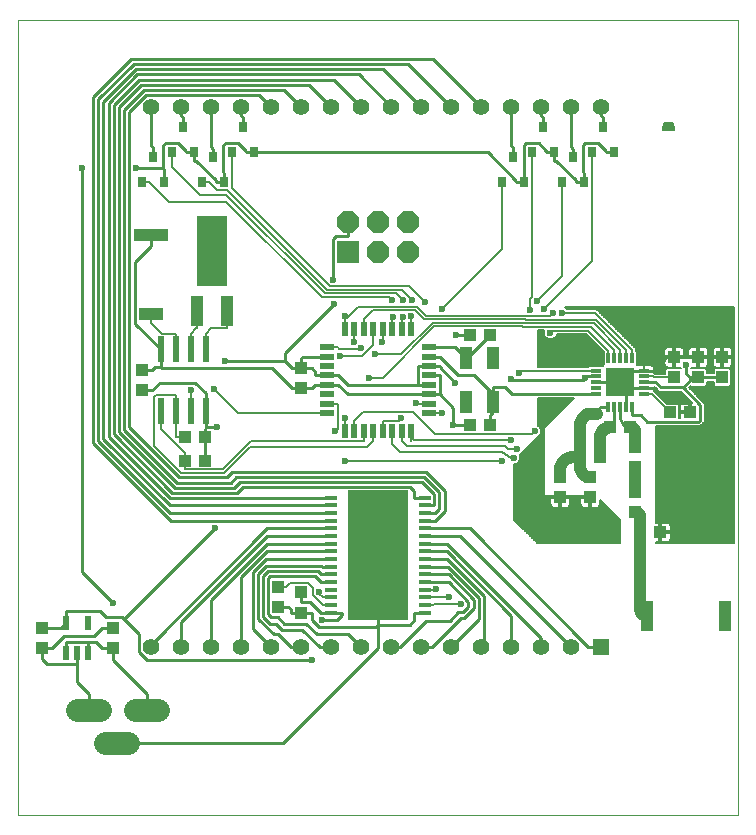
<source format=gtl>
G75*
G70*
%OFA0B0*%
%FSLAX24Y24*%
%IPPOS*%
%LPD*%
%AMOC8*
5,1,8,0,0,1.08239X$1,22.5*
%
%ADD10C,0.0000*%
%ADD11R,0.0394X0.0118*%
%ADD12R,0.2047X0.4331*%
%ADD13R,0.0118X0.0374*%
%ADD14R,0.0965X0.0965*%
%ADD15R,0.0374X0.0118*%
%ADD16R,0.0500X0.0220*%
%ADD17R,0.0220X0.0500*%
%ADD18R,0.0554X0.0554*%
%ADD19C,0.0554*%
%ADD20R,0.0236X0.0866*%
%ADD21R,0.0787X0.0394*%
%ADD22R,0.1181X0.0433*%
%ADD23R,0.0394X0.0984*%
%ADD24R,0.0984X0.2362*%
%ADD25R,0.0315X0.0354*%
%ADD26R,0.0394X0.0433*%
%ADD27R,0.0433X0.0748*%
%ADD28R,0.0433X0.0394*%
%ADD29R,0.0400X0.1000*%
%ADD30R,0.0217X0.0472*%
%ADD31C,0.0768*%
%ADD32R,0.0740X0.0740*%
%ADD33OC8,0.0740*%
%ADD34C,0.0001*%
%ADD35C,0.0060*%
%ADD36C,0.0100*%
%ADD37C,0.0236*%
%ADD38C,0.0394*%
D10*
X000500Y000130D02*
X000500Y026630D01*
X024500Y026630D01*
X024500Y000130D01*
X000500Y000130D01*
X021990Y022961D02*
X022348Y022961D01*
X022356Y022984D01*
X022368Y023012D01*
X022380Y023036D01*
X022368Y023063D01*
X022360Y023091D01*
X022348Y023118D01*
X022341Y023146D01*
X022329Y023177D01*
X022317Y023205D01*
X022309Y023232D01*
X022057Y023232D01*
X022026Y023232D01*
X022018Y023205D01*
X022006Y023177D01*
X021998Y023146D01*
X021986Y023118D01*
X021974Y023091D01*
X021967Y023063D01*
X021955Y023036D01*
X021967Y023012D01*
X021978Y022984D01*
X021990Y022961D01*
D11*
X014055Y010711D03*
X014055Y010455D03*
X014055Y010199D03*
X014055Y009943D03*
X014055Y009687D03*
X014055Y009431D03*
X014055Y009175D03*
X014055Y008919D03*
X014055Y008663D03*
X014055Y008408D03*
X014055Y008152D03*
X014055Y007896D03*
X014055Y007640D03*
X014055Y007384D03*
X014055Y007128D03*
X014055Y006872D03*
X010945Y006872D03*
X010945Y007128D03*
X010945Y007384D03*
X010945Y007640D03*
X010945Y007896D03*
X010945Y008152D03*
X010945Y008408D03*
X010945Y008663D03*
X010945Y008919D03*
X010945Y009175D03*
X010945Y009431D03*
X010945Y009687D03*
X010945Y009943D03*
X010945Y010199D03*
X010945Y010455D03*
X010945Y010711D03*
D12*
X012500Y008791D03*
D13*
X020181Y013748D03*
X020378Y013748D03*
X020575Y013748D03*
X020772Y013748D03*
X020969Y013748D03*
X020969Y015362D03*
X020772Y015362D03*
X020575Y015362D03*
X020378Y015362D03*
X020181Y015362D03*
D14*
X020575Y014555D03*
D15*
X021382Y014555D03*
X021382Y014358D03*
X021382Y014161D03*
X021382Y014752D03*
X021382Y014949D03*
X019768Y014949D03*
X019768Y014752D03*
X019768Y014555D03*
X019768Y014358D03*
X019768Y014161D03*
D16*
X014190Y014158D03*
X014190Y013843D03*
X014190Y013528D03*
X014190Y014473D03*
X014190Y014787D03*
X014190Y015102D03*
X014190Y015417D03*
X014190Y015732D03*
X010810Y015732D03*
X010810Y015417D03*
X010810Y015102D03*
X010810Y014787D03*
X010810Y014473D03*
X010810Y014158D03*
X010810Y013843D03*
X010810Y013528D03*
D17*
X011398Y012940D03*
X011713Y012940D03*
X012028Y012940D03*
X012343Y012940D03*
X012657Y012940D03*
X012972Y012940D03*
X013287Y012940D03*
X013602Y012940D03*
X013602Y016320D03*
X013287Y016320D03*
X012972Y016320D03*
X012657Y016320D03*
X012343Y016320D03*
X012028Y016320D03*
X011713Y016320D03*
X011398Y016320D03*
D18*
X019941Y005732D03*
D19*
X018941Y005732D03*
X017941Y005732D03*
X016941Y005732D03*
X015941Y005732D03*
X014941Y005732D03*
X013941Y005732D03*
X012941Y005732D03*
X011941Y005732D03*
X010941Y005732D03*
X009941Y005732D03*
X008941Y005732D03*
X007941Y005732D03*
X006941Y005732D03*
X005941Y005732D03*
X004941Y005732D03*
X004941Y023732D03*
X005941Y023732D03*
X006941Y023732D03*
X007941Y023732D03*
X008941Y023732D03*
X009941Y023732D03*
X010941Y023732D03*
X011941Y023732D03*
X012941Y023732D03*
X013941Y023732D03*
X014941Y023732D03*
X015941Y023732D03*
X016941Y023732D03*
X017941Y023732D03*
X018941Y023732D03*
X019941Y023732D03*
D20*
X006762Y015654D03*
X006262Y015654D03*
X005762Y015654D03*
X005262Y015654D03*
X005262Y013606D03*
X005762Y013606D03*
X006262Y013606D03*
X006762Y013606D03*
D21*
X004929Y016831D03*
D22*
X004929Y019469D03*
D23*
X006476Y016945D03*
X007476Y016945D03*
D24*
X006976Y018945D03*
D25*
X006626Y021236D03*
X007374Y021236D03*
X007000Y022063D03*
X007626Y022236D03*
X008374Y022236D03*
X008000Y023063D03*
X006374Y022236D03*
X005626Y022236D03*
X005000Y022063D03*
X004626Y021236D03*
X005374Y021236D03*
X006000Y023063D03*
X016626Y021236D03*
X017374Y021236D03*
X017000Y022063D03*
X017626Y022236D03*
X018374Y022236D03*
X019000Y022063D03*
X019626Y022236D03*
X020374Y022236D03*
X020000Y023063D03*
X019374Y021236D03*
X018626Y021236D03*
X018000Y023063D03*
D26*
X022370Y015390D03*
X022370Y014721D03*
X023173Y014721D03*
X023173Y015390D03*
X023976Y015390D03*
X023976Y014721D03*
X021075Y012390D03*
X021075Y011721D03*
X021075Y010890D03*
X021075Y010221D03*
X019575Y010721D03*
X019575Y011390D03*
X018575Y011390D03*
X018575Y010721D03*
X009949Y007551D03*
X009949Y006882D03*
X009161Y007079D03*
X009161Y007748D03*
X003650Y006370D03*
X003650Y005701D03*
X001287Y005701D03*
X001287Y006370D03*
X004634Y014295D03*
X004634Y014965D03*
X009949Y015032D03*
X009949Y014362D03*
D27*
X015441Y013902D03*
X016346Y013902D03*
X016346Y015358D03*
X015441Y015358D03*
D28*
X015559Y016130D03*
X016228Y016130D03*
X016228Y013130D03*
X015559Y013130D03*
X019240Y012055D03*
X019909Y012055D03*
X020240Y013055D03*
X020909Y013055D03*
X022240Y013555D03*
X022909Y013555D03*
X021909Y009555D03*
X021240Y009555D03*
X006740Y011941D03*
X006071Y011941D03*
X006071Y012728D03*
X006740Y012728D03*
D29*
X021483Y006772D03*
X024083Y006772D03*
D30*
X002843Y006547D03*
X002094Y006547D03*
X002094Y005524D03*
X002469Y005524D03*
X002843Y005524D03*
D31*
X002478Y003630D02*
X003246Y003630D01*
X003384Y002528D02*
X004152Y002528D01*
X004407Y003630D02*
X005175Y003630D01*
D32*
X011500Y018917D03*
D33*
X012500Y018917D03*
X013500Y018917D03*
X013500Y019917D03*
X012500Y019917D03*
X011500Y019917D03*
D34*
X021955Y023035D02*
X022380Y023035D01*
X022379Y023034D02*
X021955Y023034D01*
X021956Y023033D02*
X022379Y023033D01*
X022378Y023032D02*
X021956Y023032D01*
X021957Y023031D02*
X022378Y023031D01*
X022377Y023030D02*
X021957Y023030D01*
X021958Y023029D02*
X022377Y023029D01*
X022376Y023028D02*
X021958Y023028D01*
X021959Y023027D02*
X022376Y023027D01*
X022375Y023026D02*
X021959Y023026D01*
X021960Y023025D02*
X022375Y023025D01*
X022374Y023024D02*
X021960Y023024D01*
X021961Y023023D02*
X022374Y023023D01*
X022373Y023022D02*
X021961Y023022D01*
X021962Y023021D02*
X022373Y023021D01*
X022372Y023020D02*
X021962Y023020D01*
X021963Y023019D02*
X022372Y023019D01*
X022371Y023018D02*
X021963Y023018D01*
X021964Y023017D02*
X022371Y023017D01*
X022370Y023016D02*
X021964Y023016D01*
X021965Y023015D02*
X022370Y023015D01*
X022369Y023014D02*
X021965Y023014D01*
X021966Y023013D02*
X022369Y023013D01*
X022368Y023012D02*
X021966Y023012D01*
X021967Y023011D02*
X022368Y023011D01*
X022367Y023010D02*
X021967Y023010D01*
X021968Y023009D02*
X022367Y023009D01*
X022367Y023008D02*
X021968Y023008D01*
X021968Y023007D02*
X022366Y023007D01*
X022366Y023006D02*
X021969Y023006D01*
X021969Y023005D02*
X022365Y023005D01*
X022365Y023004D02*
X021970Y023004D01*
X021970Y023003D02*
X022364Y023003D01*
X022364Y023002D02*
X021971Y023002D01*
X021971Y023001D02*
X022364Y023001D01*
X022363Y023000D02*
X021971Y023000D01*
X021972Y022999D02*
X022363Y022999D01*
X022362Y022998D02*
X021972Y022998D01*
X021973Y022997D02*
X022362Y022997D01*
X022362Y022996D02*
X021973Y022996D01*
X021974Y022995D02*
X022361Y022995D01*
X022361Y022994D02*
X021974Y022994D01*
X021974Y022993D02*
X022360Y022993D01*
X022360Y022992D02*
X021975Y022992D01*
X021975Y022991D02*
X022359Y022991D01*
X022359Y022990D02*
X021976Y022990D01*
X021976Y022989D02*
X022359Y022989D01*
X022358Y022988D02*
X021977Y022988D01*
X021977Y022987D02*
X022358Y022987D01*
X022357Y022986D02*
X021977Y022986D01*
X021978Y022985D02*
X022357Y022985D01*
X022356Y022984D02*
X021978Y022984D01*
X021979Y022983D02*
X022356Y022983D01*
X022356Y022982D02*
X021979Y022982D01*
X021980Y022981D02*
X022355Y022981D01*
X022355Y022980D02*
X021980Y022980D01*
X021981Y022979D02*
X022355Y022979D01*
X022354Y022978D02*
X021981Y022978D01*
X021982Y022977D02*
X022354Y022977D01*
X022354Y022976D02*
X021982Y022976D01*
X021983Y022975D02*
X022353Y022975D01*
X022353Y022974D02*
X021983Y022974D01*
X021984Y022973D02*
X022353Y022973D01*
X022352Y022972D02*
X021984Y022972D01*
X021985Y022971D02*
X022352Y022971D01*
X022352Y022970D02*
X021985Y022970D01*
X021986Y022969D02*
X022351Y022969D01*
X022351Y022968D02*
X021986Y022968D01*
X021987Y022968D02*
X022351Y022968D01*
X022350Y022967D02*
X021987Y022967D01*
X021988Y022966D02*
X022350Y022966D01*
X022350Y022965D02*
X021988Y022965D01*
X021989Y022964D02*
X022349Y022964D01*
X022349Y022963D02*
X021989Y022963D01*
X021990Y022962D02*
X022349Y022962D01*
X022380Y023036D02*
X021955Y023036D01*
X021956Y023037D02*
X022379Y023037D01*
X022379Y023038D02*
X021956Y023038D01*
X021956Y023039D02*
X022378Y023039D01*
X022378Y023040D02*
X021957Y023040D01*
X021957Y023041D02*
X022377Y023041D01*
X022377Y023042D02*
X021958Y023042D01*
X021958Y023043D02*
X022377Y023043D01*
X022376Y023044D02*
X021959Y023044D01*
X021959Y023045D02*
X022376Y023045D01*
X022375Y023046D02*
X021959Y023046D01*
X021960Y023047D02*
X022375Y023047D01*
X022374Y023048D02*
X021960Y023048D01*
X021961Y023049D02*
X022374Y023049D01*
X022374Y023050D02*
X021961Y023050D01*
X021962Y023051D02*
X022373Y023051D01*
X022373Y023052D02*
X021962Y023052D01*
X021962Y023053D02*
X022372Y023053D01*
X022372Y023054D02*
X021963Y023054D01*
X021963Y023055D02*
X022371Y023055D01*
X022371Y023056D02*
X021964Y023056D01*
X021964Y023057D02*
X022371Y023057D01*
X022370Y023058D02*
X021965Y023058D01*
X021965Y023059D02*
X022370Y023059D01*
X022369Y023060D02*
X021965Y023060D01*
X021966Y023061D02*
X022369Y023061D01*
X022368Y023062D02*
X021966Y023062D01*
X021967Y023063D02*
X022368Y023063D01*
X022368Y023064D02*
X021967Y023064D01*
X021967Y023065D02*
X022367Y023065D01*
X022367Y023066D02*
X021967Y023066D01*
X021968Y023067D02*
X022367Y023067D01*
X022367Y023068D02*
X021968Y023068D01*
X021968Y023069D02*
X022366Y023069D01*
X022366Y023070D02*
X021969Y023070D01*
X021969Y023071D02*
X022366Y023071D01*
X022365Y023072D02*
X021969Y023072D01*
X021969Y023073D02*
X022365Y023073D01*
X022365Y023074D02*
X021970Y023074D01*
X021970Y023075D02*
X022365Y023075D01*
X022364Y023076D02*
X021970Y023076D01*
X021971Y023077D02*
X022364Y023077D01*
X022364Y023078D02*
X021971Y023078D01*
X021971Y023079D02*
X022363Y023079D01*
X022363Y023080D02*
X021971Y023080D01*
X021972Y023081D02*
X022363Y023081D01*
X022363Y023082D02*
X021972Y023082D01*
X021972Y023083D02*
X022362Y023083D01*
X022362Y023084D02*
X021973Y023084D01*
X021973Y023085D02*
X022362Y023085D01*
X022361Y023086D02*
X021973Y023086D01*
X021973Y023087D02*
X022361Y023087D01*
X022361Y023088D02*
X021974Y023088D01*
X021974Y023089D02*
X022361Y023089D01*
X022360Y023090D02*
X021974Y023090D01*
X021975Y023091D02*
X022360Y023091D01*
X022359Y023092D02*
X021975Y023092D01*
X021976Y023093D02*
X022359Y023093D01*
X022359Y023094D02*
X021976Y023094D01*
X021976Y023095D02*
X022358Y023095D01*
X022358Y023096D02*
X021977Y023096D01*
X021977Y023097D02*
X022357Y023097D01*
X022357Y023098D02*
X021978Y023098D01*
X021978Y023099D02*
X022356Y023099D01*
X022356Y023100D02*
X021979Y023100D01*
X021979Y023101D02*
X022356Y023101D01*
X022355Y023102D02*
X021979Y023102D01*
X021980Y023103D02*
X022355Y023103D01*
X022354Y023104D02*
X021980Y023104D01*
X021981Y023105D02*
X022354Y023105D01*
X022353Y023106D02*
X021981Y023106D01*
X021982Y023107D02*
X022353Y023107D01*
X022353Y023108D02*
X021982Y023108D01*
X021982Y023109D02*
X022352Y023109D01*
X022352Y023110D02*
X021983Y023110D01*
X021983Y023111D02*
X022351Y023111D01*
X022351Y023112D02*
X021984Y023112D01*
X021984Y023113D02*
X022350Y023113D01*
X022350Y023114D02*
X021985Y023114D01*
X021985Y023115D02*
X022350Y023115D01*
X022349Y023116D02*
X021985Y023116D01*
X021986Y023117D02*
X022349Y023117D01*
X022348Y023118D02*
X021986Y023118D01*
X021987Y023119D02*
X022348Y023119D01*
X022348Y023120D02*
X021987Y023120D01*
X021988Y023121D02*
X022348Y023121D01*
X022347Y023122D02*
X021988Y023122D01*
X021988Y023123D02*
X022347Y023123D01*
X022347Y023124D02*
X021989Y023124D01*
X021989Y023125D02*
X022346Y023125D01*
X022346Y023126D02*
X021990Y023126D01*
X021990Y023127D02*
X022346Y023127D01*
X022346Y023128D02*
X021991Y023128D01*
X021991Y023129D02*
X022345Y023129D01*
X022345Y023130D02*
X021991Y023130D01*
X021992Y023131D02*
X022345Y023131D01*
X022344Y023132D02*
X021992Y023132D01*
X021993Y023133D02*
X022344Y023133D01*
X022344Y023134D02*
X021993Y023134D01*
X021994Y023135D02*
X022344Y023135D01*
X022343Y023136D02*
X021994Y023136D01*
X021994Y023137D02*
X022343Y023137D01*
X022343Y023138D02*
X021995Y023138D01*
X021995Y023139D02*
X022342Y023139D01*
X022342Y023140D02*
X021996Y023140D01*
X021996Y023141D02*
X022342Y023141D01*
X022342Y023142D02*
X021997Y023142D01*
X021997Y023143D02*
X022341Y023143D01*
X022341Y023144D02*
X021997Y023144D01*
X021998Y023145D02*
X022341Y023145D01*
X022340Y023146D02*
X021998Y023146D01*
X021998Y023147D02*
X022340Y023147D01*
X022340Y023148D02*
X021999Y023148D01*
X021999Y023149D02*
X022339Y023149D01*
X022339Y023150D02*
X021999Y023150D01*
X021999Y023151D02*
X022338Y023151D01*
X022338Y023152D02*
X022000Y023152D01*
X022000Y023153D02*
X022338Y023153D01*
X022337Y023154D02*
X022000Y023154D01*
X022000Y023155D02*
X022337Y023155D01*
X022337Y023156D02*
X022001Y023156D01*
X022001Y023157D02*
X022336Y023157D01*
X022336Y023158D02*
X022001Y023158D01*
X022001Y023159D02*
X022335Y023159D01*
X022335Y023160D02*
X022002Y023160D01*
X022002Y023161D02*
X022335Y023161D01*
X022334Y023162D02*
X022002Y023162D01*
X022002Y023163D02*
X022334Y023163D01*
X022334Y023164D02*
X022003Y023164D01*
X022003Y023165D02*
X022333Y023165D01*
X022333Y023166D02*
X022003Y023166D01*
X022003Y023167D02*
X022332Y023167D01*
X022332Y023168D02*
X022004Y023168D01*
X022004Y023169D02*
X022332Y023169D01*
X022331Y023170D02*
X022004Y023170D01*
X022004Y023171D02*
X022331Y023171D01*
X022331Y023172D02*
X022005Y023172D01*
X022005Y023173D02*
X022330Y023173D01*
X022330Y023174D02*
X022005Y023174D01*
X022005Y023175D02*
X022329Y023175D01*
X022329Y023176D02*
X022006Y023176D01*
X022006Y023177D02*
X022329Y023177D01*
X022328Y023178D02*
X022006Y023178D01*
X022007Y023179D02*
X022328Y023179D01*
X022327Y023180D02*
X022007Y023180D01*
X022008Y023181D02*
X022327Y023181D01*
X022327Y023182D02*
X022008Y023182D01*
X022008Y023183D02*
X022326Y023183D01*
X022326Y023184D02*
X022009Y023184D01*
X022009Y023185D02*
X022325Y023185D01*
X022325Y023186D02*
X022010Y023186D01*
X022010Y023187D02*
X022324Y023187D01*
X022324Y023188D02*
X022011Y023188D01*
X022011Y023189D02*
X022324Y023189D01*
X022323Y023190D02*
X022011Y023190D01*
X022012Y023191D02*
X022323Y023191D01*
X022322Y023192D02*
X022012Y023192D01*
X022013Y023193D02*
X022322Y023193D01*
X022321Y023194D02*
X022013Y023194D01*
X022014Y023195D02*
X022321Y023195D01*
X022321Y023196D02*
X022014Y023196D01*
X022014Y023197D02*
X022320Y023197D01*
X022320Y023198D02*
X022015Y023198D01*
X022015Y023199D02*
X022319Y023199D01*
X022319Y023200D02*
X022016Y023200D01*
X022016Y023201D02*
X022318Y023201D01*
X022318Y023202D02*
X022017Y023202D01*
X022017Y023203D02*
X022318Y023203D01*
X022317Y023204D02*
X022017Y023204D01*
X022018Y023205D02*
X022317Y023205D01*
X022317Y023206D02*
X022018Y023206D01*
X022018Y023207D02*
X022316Y023207D01*
X022316Y023208D02*
X022019Y023208D01*
X022019Y023209D02*
X022316Y023209D01*
X022315Y023210D02*
X022019Y023210D01*
X022020Y023211D02*
X022315Y023211D01*
X022315Y023212D02*
X022020Y023212D01*
X022020Y023213D02*
X022315Y023213D01*
X022314Y023214D02*
X022020Y023214D01*
X022021Y023215D02*
X022314Y023215D01*
X022314Y023216D02*
X022021Y023216D01*
X022021Y023217D02*
X022313Y023217D01*
X022313Y023218D02*
X022022Y023218D01*
X022022Y023219D02*
X022313Y023219D01*
X022313Y023220D02*
X022022Y023220D01*
X022022Y023221D02*
X022312Y023221D01*
X022312Y023222D02*
X022023Y023222D01*
X022023Y023223D02*
X022312Y023223D01*
X022311Y023224D02*
X022023Y023224D01*
X022024Y023225D02*
X022311Y023225D01*
X022311Y023226D02*
X022024Y023226D01*
X022024Y023227D02*
X022311Y023227D01*
X022310Y023228D02*
X022024Y023228D01*
X022025Y023229D02*
X022310Y023229D01*
X022310Y023230D02*
X022025Y023230D01*
X022025Y023231D02*
X022309Y023231D01*
X022309Y023232D02*
X022026Y023232D01*
D35*
X019626Y022236D02*
X019626Y018604D01*
X018017Y016995D01*
X018239Y016774D02*
X018330Y016865D01*
X018239Y016774D02*
X017485Y016774D01*
X017479Y016780D01*
X014087Y016780D01*
X013785Y017082D01*
X011820Y017082D01*
X011452Y016715D01*
X011398Y016660D01*
X011398Y016320D01*
X011713Y016320D02*
X011713Y015894D01*
X011709Y015890D01*
X011917Y015680D02*
X011924Y015687D01*
X011917Y015680D02*
X011202Y015680D01*
X011150Y015732D01*
X010810Y015732D01*
X011245Y015419D02*
X011954Y015419D01*
X012343Y015808D01*
X012343Y016320D01*
X012028Y016320D02*
X012028Y016660D01*
X012330Y016962D01*
X013736Y016962D01*
X014040Y016658D01*
X017431Y016658D01*
X017443Y016646D01*
X019765Y016646D01*
X020772Y015639D01*
X020772Y015362D01*
X020969Y015362D02*
X020969Y015639D01*
X019734Y016874D01*
X018626Y016874D01*
X018758Y017037D02*
X024370Y017037D01*
X024370Y017059D02*
X024370Y009185D01*
X021760Y009185D01*
X021760Y009228D01*
X021879Y009228D01*
X021879Y009525D01*
X021939Y009525D01*
X021939Y009228D01*
X022143Y009228D01*
X022176Y009237D01*
X022206Y009254D01*
X022230Y009279D01*
X022247Y009308D01*
X022256Y009341D01*
X022256Y009525D01*
X021939Y009525D01*
X021939Y009585D01*
X021879Y009585D01*
X021879Y009882D01*
X021760Y009882D01*
X021760Y013097D01*
X023242Y013097D01*
X023304Y013160D01*
X023386Y013242D01*
X023386Y013865D01*
X023304Y013947D01*
X022866Y014386D01*
X022917Y014436D01*
X022939Y014414D01*
X023407Y014414D01*
X023460Y014467D01*
X023460Y014581D01*
X023690Y014581D01*
X023690Y014467D01*
X023742Y014414D01*
X024211Y014414D01*
X024263Y014467D01*
X024263Y014974D01*
X024211Y015027D01*
X023742Y015027D01*
X023690Y014974D01*
X023690Y014861D01*
X023460Y014861D01*
X023460Y014974D01*
X023407Y015027D01*
X022945Y015027D01*
X022961Y015043D01*
X023143Y015043D01*
X023143Y015360D01*
X022846Y015360D01*
X022846Y015358D01*
X022697Y015358D01*
X022697Y015360D01*
X022400Y015360D01*
X022400Y015420D01*
X022340Y015420D01*
X022340Y015736D01*
X022156Y015736D01*
X022123Y015728D01*
X022093Y015710D01*
X022069Y015686D01*
X022052Y015657D01*
X022043Y015623D01*
X022043Y015420D01*
X022340Y015420D01*
X022340Y015360D01*
X022043Y015360D01*
X022043Y015156D01*
X022052Y015123D01*
X022069Y015093D01*
X022093Y015069D01*
X022123Y015052D01*
X022156Y015043D01*
X022340Y015043D01*
X022340Y015360D01*
X022400Y015360D01*
X022400Y015043D01*
X022584Y015043D01*
X022586Y015044D01*
X022602Y015027D01*
X022136Y015027D01*
X022083Y014974D01*
X022083Y014841D01*
X021740Y014841D01*
X021709Y014872D01*
X021699Y014872D01*
X022083Y014872D01*
X022083Y014931D02*
X021699Y014931D01*
X021699Y014949D02*
X021382Y014949D01*
X021382Y014949D01*
X021382Y015138D01*
X021586Y015138D01*
X021619Y015129D01*
X021649Y015112D01*
X021673Y015088D01*
X021690Y015058D01*
X021699Y015025D01*
X021699Y014949D01*
X021382Y014949D01*
X021382Y014949D01*
X021382Y015138D01*
X021178Y015138D01*
X021148Y015130D01*
X021137Y015142D01*
X021118Y015153D01*
X021118Y015587D01*
X021089Y015616D01*
X021089Y015689D01*
X021018Y015759D01*
X019854Y016924D01*
X019784Y016994D01*
X018800Y016994D01*
X018735Y017059D01*
X024370Y017059D01*
X024370Y016978D02*
X019799Y016978D01*
X019858Y016920D02*
X024370Y016920D01*
X024370Y016861D02*
X019916Y016861D01*
X019975Y016803D02*
X024370Y016803D01*
X024370Y016744D02*
X020033Y016744D01*
X020092Y016686D02*
X024370Y016686D01*
X024370Y016627D02*
X020150Y016627D01*
X020209Y016569D02*
X024370Y016569D01*
X024370Y016510D02*
X020267Y016510D01*
X020326Y016452D02*
X024370Y016452D01*
X024370Y016393D02*
X020384Y016393D01*
X020443Y016335D02*
X024370Y016335D01*
X024370Y016276D02*
X020501Y016276D01*
X020560Y016218D02*
X024370Y016218D01*
X024370Y016159D02*
X020618Y016159D01*
X020677Y016101D02*
X024370Y016101D01*
X024370Y016042D02*
X020735Y016042D01*
X020794Y015984D02*
X024370Y015984D01*
X024370Y015925D02*
X020852Y015925D01*
X020911Y015867D02*
X024370Y015867D01*
X024370Y015808D02*
X020969Y015808D01*
X021028Y015750D02*
X024370Y015750D01*
X024370Y015691D02*
X024272Y015691D01*
X024277Y015686D02*
X024253Y015710D01*
X024223Y015728D01*
X024190Y015736D01*
X024006Y015736D01*
X024006Y015420D01*
X023946Y015420D01*
X023946Y015360D01*
X023650Y015360D01*
X023650Y015156D01*
X023658Y015123D01*
X023676Y015093D01*
X023700Y015069D01*
X023729Y015052D01*
X023762Y015043D01*
X023946Y015043D01*
X023946Y015360D01*
X024006Y015360D01*
X024006Y015043D01*
X024190Y015043D01*
X024223Y015052D01*
X024253Y015069D01*
X024277Y015093D01*
X024294Y015123D01*
X024303Y015156D01*
X024303Y015360D01*
X024006Y015360D01*
X024006Y015420D01*
X024303Y015420D01*
X024303Y015623D01*
X024294Y015657D01*
X024277Y015686D01*
X024301Y015633D02*
X024370Y015633D01*
X024370Y015574D02*
X024303Y015574D01*
X024303Y015516D02*
X024370Y015516D01*
X024370Y015457D02*
X024303Y015457D01*
X024370Y015399D02*
X024006Y015399D01*
X024006Y015457D02*
X023946Y015457D01*
X023946Y015420D02*
X023946Y015736D01*
X023762Y015736D01*
X023729Y015728D01*
X023700Y015710D01*
X023676Y015686D01*
X023658Y015657D01*
X023650Y015623D01*
X023650Y015420D01*
X023946Y015420D01*
X023946Y015399D02*
X023203Y015399D01*
X023203Y015420D02*
X023500Y015420D01*
X023500Y015623D01*
X023491Y015657D01*
X023474Y015686D01*
X023450Y015710D01*
X023420Y015728D01*
X023387Y015736D01*
X023203Y015736D01*
X023203Y015420D01*
X023143Y015420D01*
X023143Y015360D01*
X023203Y015360D01*
X023203Y015043D01*
X023387Y015043D01*
X023420Y015052D01*
X023450Y015069D01*
X023474Y015093D01*
X023491Y015123D01*
X023500Y015156D01*
X023500Y015360D01*
X023203Y015360D01*
X023203Y015420D01*
X023203Y015457D02*
X023143Y015457D01*
X023143Y015420D02*
X023143Y015736D01*
X022959Y015736D01*
X022926Y015728D01*
X022897Y015710D01*
X022872Y015686D01*
X022855Y015657D01*
X022846Y015623D01*
X022846Y015420D01*
X023143Y015420D01*
X023143Y015399D02*
X022400Y015399D01*
X022400Y015420D02*
X022697Y015420D01*
X022697Y015623D01*
X022688Y015657D01*
X022671Y015686D01*
X022647Y015710D01*
X022617Y015728D01*
X022584Y015736D01*
X022400Y015736D01*
X022400Y015420D01*
X022400Y015457D02*
X022340Y015457D01*
X022340Y015399D02*
X021118Y015399D01*
X021118Y015457D02*
X022043Y015457D01*
X022043Y015516D02*
X021118Y015516D01*
X021118Y015574D02*
X022043Y015574D01*
X022046Y015633D02*
X021089Y015633D01*
X021086Y015691D02*
X022074Y015691D01*
X022340Y015691D02*
X022400Y015691D01*
X022400Y015633D02*
X022340Y015633D01*
X022340Y015574D02*
X022400Y015574D01*
X022400Y015516D02*
X022340Y015516D01*
X022340Y015340D02*
X022400Y015340D01*
X022400Y015282D02*
X022340Y015282D01*
X022340Y015223D02*
X022400Y015223D01*
X022400Y015165D02*
X022340Y015165D01*
X022340Y015106D02*
X022400Y015106D01*
X022400Y015048D02*
X022340Y015048D01*
X022140Y015048D02*
X021693Y015048D01*
X021699Y014989D02*
X022098Y014989D01*
X022062Y015106D02*
X021655Y015106D01*
X021699Y014949D02*
X021699Y014873D01*
X021699Y014872D01*
X021659Y014752D02*
X021690Y014721D01*
X022370Y014721D01*
X022043Y015165D02*
X021118Y015165D01*
X021118Y015223D02*
X022043Y015223D01*
X022043Y015282D02*
X021118Y015282D01*
X021118Y015340D02*
X022043Y015340D01*
X022697Y015457D02*
X022846Y015457D01*
X022846Y015516D02*
X022697Y015516D01*
X022697Y015574D02*
X022846Y015574D01*
X022849Y015633D02*
X022694Y015633D01*
X022666Y015691D02*
X022877Y015691D01*
X023143Y015691D02*
X023203Y015691D01*
X023203Y015633D02*
X023143Y015633D01*
X023143Y015574D02*
X023203Y015574D01*
X023203Y015516D02*
X023143Y015516D01*
X023143Y015340D02*
X023203Y015340D01*
X023203Y015282D02*
X023143Y015282D01*
X023143Y015223D02*
X023203Y015223D01*
X023203Y015165D02*
X023143Y015165D01*
X023143Y015106D02*
X023203Y015106D01*
X023203Y015048D02*
X023143Y015048D01*
X023403Y015048D02*
X023747Y015048D01*
X023704Y014989D02*
X023445Y014989D01*
X023460Y014931D02*
X023690Y014931D01*
X023690Y014872D02*
X023460Y014872D01*
X023481Y015106D02*
X023668Y015106D01*
X023650Y015165D02*
X023500Y015165D01*
X023500Y015223D02*
X023650Y015223D01*
X023650Y015282D02*
X023500Y015282D01*
X023500Y015340D02*
X023650Y015340D01*
X023650Y015457D02*
X023500Y015457D01*
X023500Y015516D02*
X023650Y015516D01*
X023650Y015574D02*
X023500Y015574D01*
X023498Y015633D02*
X023652Y015633D01*
X023680Y015691D02*
X023469Y015691D01*
X023946Y015691D02*
X024006Y015691D01*
X024006Y015633D02*
X023946Y015633D01*
X023946Y015574D02*
X024006Y015574D01*
X024006Y015516D02*
X023946Y015516D01*
X023946Y015340D02*
X024006Y015340D01*
X024006Y015282D02*
X023946Y015282D01*
X023946Y015223D02*
X024006Y015223D01*
X024006Y015165D02*
X023946Y015165D01*
X023946Y015106D02*
X024006Y015106D01*
X024006Y015048D02*
X023946Y015048D01*
X024206Y015048D02*
X024370Y015048D01*
X024370Y015106D02*
X024285Y015106D01*
X024303Y015165D02*
X024370Y015165D01*
X024370Y015223D02*
X024303Y015223D01*
X024303Y015282D02*
X024370Y015282D01*
X024370Y015340D02*
X024303Y015340D01*
X024249Y014989D02*
X024370Y014989D01*
X024370Y014931D02*
X024263Y014931D01*
X024263Y014872D02*
X024370Y014872D01*
X024370Y014814D02*
X024263Y014814D01*
X024263Y014755D02*
X024370Y014755D01*
X024370Y014697D02*
X024263Y014697D01*
X024263Y014638D02*
X024370Y014638D01*
X024370Y014580D02*
X024263Y014580D01*
X024263Y014521D02*
X024370Y014521D01*
X024370Y014463D02*
X024259Y014463D01*
X024370Y014404D02*
X022884Y014404D01*
X022906Y014346D02*
X024370Y014346D01*
X024370Y014287D02*
X022964Y014287D01*
X023023Y014229D02*
X024370Y014229D01*
X024370Y014170D02*
X023081Y014170D01*
X023140Y014112D02*
X024370Y014112D01*
X024370Y014053D02*
X023198Y014053D01*
X023257Y013995D02*
X024370Y013995D01*
X024370Y013936D02*
X023315Y013936D01*
X023304Y013947D02*
X023304Y013947D01*
X023374Y013878D02*
X024370Y013878D01*
X024370Y013819D02*
X023386Y013819D01*
X023386Y013761D02*
X024370Y013761D01*
X024370Y013702D02*
X023386Y013702D01*
X023386Y013644D02*
X024370Y013644D01*
X024370Y013585D02*
X023386Y013585D01*
X023386Y013527D02*
X024370Y013527D01*
X024370Y013468D02*
X023386Y013468D01*
X023386Y013410D02*
X024370Y013410D01*
X024370Y013351D02*
X023386Y013351D01*
X023386Y013293D02*
X024370Y013293D01*
X024370Y013234D02*
X023379Y013234D01*
X023320Y013176D02*
X024370Y013176D01*
X024370Y013117D02*
X023262Y013117D01*
X022879Y013525D02*
X022563Y013525D01*
X022563Y013377D01*
X022547Y013377D01*
X022547Y013789D01*
X022494Y013842D01*
X022123Y013842D01*
X021779Y014186D01*
X021779Y014211D01*
X021709Y014281D01*
X021699Y014281D01*
X021699Y014282D01*
X021699Y014358D01*
X021382Y014358D01*
X021382Y014358D01*
X021699Y014358D01*
X021699Y014407D01*
X021778Y014328D01*
X021860Y014246D01*
X022610Y014246D01*
X022973Y013882D01*
X022939Y013882D01*
X022939Y013585D01*
X022879Y013585D01*
X022547Y013585D01*
X022563Y013585D02*
X022879Y013585D01*
X022879Y013525D01*
X022879Y013527D02*
X022547Y013527D01*
X022547Y013468D02*
X022563Y013468D01*
X022563Y013410D02*
X022547Y013410D01*
X022563Y013585D02*
X022563Y013769D01*
X022572Y013802D01*
X022589Y013832D01*
X022613Y013856D01*
X022643Y013873D01*
X022676Y013882D01*
X022879Y013882D01*
X022879Y013585D01*
X022879Y013644D02*
X022939Y013644D01*
X022939Y013702D02*
X022879Y013702D01*
X022879Y013761D02*
X022939Y013761D01*
X022939Y013819D02*
X022879Y013819D01*
X022879Y013878D02*
X022939Y013878D01*
X022919Y013936D02*
X022029Y013936D01*
X022088Y013878D02*
X022659Y013878D01*
X022581Y013819D02*
X022517Y013819D01*
X022547Y013761D02*
X022563Y013761D01*
X022563Y013702D02*
X022547Y013702D01*
X022547Y013644D02*
X022563Y013644D01*
X022861Y013995D02*
X021970Y013995D01*
X021912Y014053D02*
X022802Y014053D01*
X022744Y014112D02*
X021853Y014112D01*
X021795Y014170D02*
X022685Y014170D01*
X022627Y014229D02*
X021762Y014229D01*
X021818Y014287D02*
X021699Y014287D01*
X021699Y014346D02*
X021760Y014346D01*
X021701Y014404D02*
X021699Y014404D01*
X021659Y014161D02*
X021382Y014161D01*
X021659Y014161D02*
X021659Y014136D01*
X022240Y013555D01*
X021760Y013059D02*
X024370Y013059D01*
X024370Y013000D02*
X021760Y013000D01*
X021760Y012942D02*
X024370Y012942D01*
X024370Y012883D02*
X021760Y012883D01*
X021760Y012825D02*
X024370Y012825D01*
X024370Y012766D02*
X021760Y012766D01*
X021760Y012708D02*
X024370Y012708D01*
X024370Y012649D02*
X021760Y012649D01*
X021760Y012591D02*
X024370Y012591D01*
X024370Y012532D02*
X021760Y012532D01*
X021760Y012474D02*
X024370Y012474D01*
X024370Y012415D02*
X021760Y012415D01*
X021760Y012357D02*
X024370Y012357D01*
X024370Y012298D02*
X021760Y012298D01*
X021760Y012240D02*
X024370Y012240D01*
X024370Y012181D02*
X021760Y012181D01*
X021760Y012123D02*
X024370Y012123D01*
X024370Y012064D02*
X021760Y012064D01*
X021760Y012006D02*
X024370Y012006D01*
X024370Y011947D02*
X021760Y011947D01*
X021760Y011889D02*
X024370Y011889D01*
X024370Y011830D02*
X021760Y011830D01*
X021760Y011772D02*
X024370Y011772D01*
X024370Y011713D02*
X021760Y011713D01*
X021760Y011655D02*
X024370Y011655D01*
X024370Y011596D02*
X021760Y011596D01*
X021760Y011538D02*
X024370Y011538D01*
X024370Y011479D02*
X021760Y011479D01*
X021760Y011421D02*
X024370Y011421D01*
X024370Y011362D02*
X021760Y011362D01*
X021760Y011304D02*
X024370Y011304D01*
X024370Y011245D02*
X021760Y011245D01*
X021760Y011187D02*
X024370Y011187D01*
X024370Y011128D02*
X021760Y011128D01*
X021760Y011070D02*
X024370Y011070D01*
X024370Y011011D02*
X021760Y011011D01*
X021760Y010953D02*
X024370Y010953D01*
X024370Y010894D02*
X021760Y010894D01*
X021760Y010836D02*
X024370Y010836D01*
X024370Y010777D02*
X021760Y010777D01*
X021760Y010719D02*
X024370Y010719D01*
X024370Y010660D02*
X021760Y010660D01*
X021760Y010602D02*
X024370Y010602D01*
X024370Y010543D02*
X021760Y010543D01*
X021760Y010485D02*
X024370Y010485D01*
X024370Y010426D02*
X021760Y010426D01*
X021760Y010368D02*
X024370Y010368D01*
X024370Y010309D02*
X021760Y010309D01*
X021760Y010251D02*
X024370Y010251D01*
X024370Y010192D02*
X021760Y010192D01*
X021760Y010134D02*
X024370Y010134D01*
X024370Y010075D02*
X021760Y010075D01*
X021760Y010017D02*
X024370Y010017D01*
X024370Y009958D02*
X021760Y009958D01*
X021760Y009900D02*
X024370Y009900D01*
X024370Y009841D02*
X022221Y009841D01*
X022230Y009832D02*
X022206Y009856D01*
X022176Y009873D01*
X022143Y009882D01*
X021939Y009882D01*
X021939Y009585D01*
X022256Y009585D01*
X022256Y009769D01*
X022247Y009802D01*
X022230Y009832D01*
X022252Y009783D02*
X024370Y009783D01*
X024370Y009724D02*
X022256Y009724D01*
X022256Y009666D02*
X024370Y009666D01*
X024370Y009607D02*
X022256Y009607D01*
X022256Y009490D02*
X024370Y009490D01*
X024370Y009432D02*
X022256Y009432D01*
X022256Y009373D02*
X024370Y009373D01*
X024370Y009315D02*
X022249Y009315D01*
X022208Y009256D02*
X024370Y009256D01*
X024370Y009198D02*
X021760Y009198D01*
X021879Y009256D02*
X021939Y009256D01*
X021939Y009315D02*
X021879Y009315D01*
X021879Y009373D02*
X021939Y009373D01*
X021939Y009432D02*
X021879Y009432D01*
X021879Y009490D02*
X021939Y009490D01*
X021939Y009549D02*
X024370Y009549D01*
X021939Y009607D02*
X021879Y009607D01*
X021879Y009666D02*
X021939Y009666D01*
X021939Y009724D02*
X021879Y009724D01*
X021879Y009783D02*
X021939Y009783D01*
X021939Y009841D02*
X021879Y009841D01*
X020579Y009841D02*
X017167Y009841D01*
X017225Y009783D02*
X020579Y009783D01*
X020579Y009724D02*
X017284Y009724D01*
X017342Y009666D02*
X020579Y009666D01*
X020579Y009607D02*
X017401Y009607D01*
X017459Y009549D02*
X020579Y009549D01*
X020579Y009490D02*
X017518Y009490D01*
X017576Y009432D02*
X020579Y009432D01*
X020579Y009373D02*
X017635Y009373D01*
X017693Y009315D02*
X020579Y009315D01*
X020579Y009256D02*
X017752Y009256D01*
X017810Y009198D02*
X020579Y009198D01*
X020579Y009185D02*
X017823Y009185D01*
X017035Y009973D01*
X017035Y011831D01*
X017122Y011831D01*
X017244Y011953D01*
X017244Y012126D01*
X017232Y012137D01*
X017823Y012728D01*
X017823Y012729D01*
X017933Y012839D01*
X017933Y013011D01*
X017823Y013121D01*
X017823Y014021D01*
X019017Y014021D01*
X018020Y013024D01*
X018020Y010760D01*
X018248Y010760D01*
X018248Y010751D01*
X018545Y010751D01*
X018545Y010691D01*
X018248Y010691D01*
X018248Y010487D01*
X018257Y010454D01*
X018274Y010424D01*
X018298Y010400D01*
X018328Y010383D01*
X018361Y010374D01*
X018545Y010374D01*
X018545Y010691D01*
X018605Y010691D01*
X018605Y010751D01*
X018902Y010751D01*
X018902Y010760D01*
X019248Y010760D01*
X019248Y010751D01*
X019545Y010751D01*
X019545Y010691D01*
X019248Y010691D01*
X019248Y010487D01*
X019257Y010454D01*
X019274Y010424D01*
X019298Y010400D01*
X019328Y010383D01*
X019361Y010374D01*
X019545Y010374D01*
X019545Y010691D01*
X019605Y010691D01*
X019605Y010374D01*
X019789Y010374D01*
X019822Y010383D01*
X019851Y010400D01*
X019876Y010424D01*
X019893Y010454D01*
X019902Y010487D01*
X019902Y010650D01*
X020579Y009973D01*
X020579Y009185D01*
X020579Y009900D02*
X017108Y009900D01*
X017050Y009958D02*
X020579Y009958D01*
X020535Y010017D02*
X017035Y010017D01*
X017035Y010075D02*
X020476Y010075D01*
X020418Y010134D02*
X017035Y010134D01*
X017035Y010192D02*
X020359Y010192D01*
X020301Y010251D02*
X017035Y010251D01*
X017035Y010309D02*
X020242Y010309D01*
X020184Y010368D02*
X017035Y010368D01*
X017035Y010426D02*
X018273Y010426D01*
X018249Y010485D02*
X017035Y010485D01*
X017035Y010543D02*
X018248Y010543D01*
X018248Y010602D02*
X017035Y010602D01*
X017035Y010660D02*
X018248Y010660D01*
X018020Y010777D02*
X017035Y010777D01*
X017035Y010719D02*
X018545Y010719D01*
X018545Y010660D02*
X018605Y010660D01*
X018605Y010691D02*
X018605Y010374D01*
X018789Y010374D01*
X018822Y010383D01*
X018851Y010400D01*
X018876Y010424D01*
X018893Y010454D01*
X018902Y010487D01*
X018902Y010691D01*
X018605Y010691D01*
X018605Y010719D02*
X019545Y010719D01*
X019545Y010660D02*
X019605Y010660D01*
X019605Y010602D02*
X019545Y010602D01*
X019545Y010543D02*
X019605Y010543D01*
X019605Y010485D02*
X019545Y010485D01*
X019545Y010426D02*
X019605Y010426D01*
X019877Y010426D02*
X020125Y010426D01*
X020067Y010485D02*
X019901Y010485D01*
X019902Y010543D02*
X020008Y010543D01*
X019950Y010602D02*
X019902Y010602D01*
X019273Y010426D02*
X018877Y010426D01*
X018901Y010485D02*
X019249Y010485D01*
X019248Y010543D02*
X018902Y010543D01*
X018902Y010602D02*
X019248Y010602D01*
X019248Y010660D02*
X018902Y010660D01*
X018605Y010602D02*
X018545Y010602D01*
X018545Y010543D02*
X018605Y010543D01*
X018605Y010485D02*
X018545Y010485D01*
X018545Y010426D02*
X018605Y010426D01*
X018020Y010836D02*
X017035Y010836D01*
X017035Y010894D02*
X018020Y010894D01*
X018020Y010953D02*
X017035Y010953D01*
X017035Y011011D02*
X018020Y011011D01*
X018020Y011070D02*
X017035Y011070D01*
X017035Y011128D02*
X018020Y011128D01*
X018020Y011187D02*
X017035Y011187D01*
X017035Y011245D02*
X018020Y011245D01*
X018020Y011304D02*
X017035Y011304D01*
X017035Y011362D02*
X018020Y011362D01*
X018020Y011421D02*
X017035Y011421D01*
X017035Y011479D02*
X018020Y011479D01*
X018020Y011538D02*
X017035Y011538D01*
X017035Y011596D02*
X018020Y011596D01*
X018020Y011655D02*
X017035Y011655D01*
X017035Y011713D02*
X018020Y011713D01*
X018020Y011772D02*
X017035Y011772D01*
X017035Y011830D02*
X018020Y011830D01*
X018020Y011889D02*
X017179Y011889D01*
X017237Y011947D02*
X018020Y011947D01*
X018020Y012006D02*
X017244Y012006D01*
X017244Y012064D02*
X018020Y012064D01*
X018020Y012123D02*
X017244Y012123D01*
X017275Y012181D02*
X018020Y012181D01*
X018020Y012240D02*
X017334Y012240D01*
X017392Y012298D02*
X018020Y012298D01*
X018020Y012357D02*
X017451Y012357D01*
X017509Y012415D02*
X018020Y012415D01*
X018020Y012474D02*
X017568Y012474D01*
X017626Y012532D02*
X018020Y012532D01*
X018020Y012591D02*
X017685Y012591D01*
X017743Y012649D02*
X018020Y012649D01*
X018020Y012708D02*
X017802Y012708D01*
X017859Y012766D02*
X018020Y012766D01*
X018020Y012825D02*
X017918Y012825D01*
X017933Y012883D02*
X018020Y012883D01*
X018020Y012942D02*
X017933Y012942D01*
X017933Y013000D02*
X018020Y013000D01*
X018055Y013059D02*
X017885Y013059D01*
X017827Y013117D02*
X018113Y013117D01*
X018172Y013176D02*
X017823Y013176D01*
X017823Y013234D02*
X018230Y013234D01*
X018289Y013293D02*
X017823Y013293D01*
X017823Y013351D02*
X018347Y013351D01*
X018406Y013410D02*
X017823Y013410D01*
X017823Y013468D02*
X018464Y013468D01*
X018523Y013527D02*
X017823Y013527D01*
X017823Y013585D02*
X018581Y013585D01*
X018640Y013644D02*
X017823Y013644D01*
X017823Y013702D02*
X018698Y013702D01*
X018757Y013761D02*
X017823Y013761D01*
X017823Y013819D02*
X018815Y013819D01*
X018874Y013878D02*
X017823Y013878D01*
X017823Y013936D02*
X018932Y013936D01*
X018991Y013995D02*
X017823Y013995D01*
X017199Y014880D02*
X017268Y014949D01*
X019768Y014949D01*
X019977Y015098D02*
X019543Y015098D01*
X019514Y015069D01*
X017823Y015069D01*
X017823Y016286D01*
X018048Y016286D01*
X018041Y016279D01*
X018041Y016107D01*
X018163Y015985D01*
X018335Y015985D01*
X018457Y016107D01*
X018457Y016152D01*
X019446Y016152D01*
X020032Y015566D01*
X020032Y015153D01*
X020013Y015142D01*
X019988Y015117D01*
X019977Y015098D01*
X019982Y015106D02*
X017823Y015106D01*
X017823Y015165D02*
X020032Y015165D01*
X020032Y015223D02*
X017823Y015223D01*
X017823Y015282D02*
X020032Y015282D01*
X020032Y015340D02*
X017823Y015340D01*
X017823Y015399D02*
X020032Y015399D01*
X020032Y015457D02*
X017823Y015457D01*
X017823Y015516D02*
X020032Y015516D01*
X020024Y015574D02*
X017823Y015574D01*
X017823Y015633D02*
X019966Y015633D01*
X019907Y015691D02*
X017823Y015691D01*
X017823Y015750D02*
X019849Y015750D01*
X019790Y015808D02*
X017823Y015808D01*
X017823Y015867D02*
X019732Y015867D01*
X019673Y015925D02*
X017823Y015925D01*
X017823Y015984D02*
X019615Y015984D01*
X019556Y016042D02*
X018392Y016042D01*
X018451Y016101D02*
X019498Y016101D01*
X019496Y016272D02*
X018328Y016272D01*
X018249Y016193D01*
X018106Y016042D02*
X017823Y016042D01*
X017823Y016101D02*
X018047Y016101D01*
X018041Y016159D02*
X017823Y016159D01*
X017823Y016218D02*
X018041Y016218D01*
X018041Y016276D02*
X017823Y016276D01*
X017344Y016406D02*
X019611Y016406D01*
X020378Y015639D01*
X020378Y015362D01*
X020575Y015362D02*
X020575Y015639D01*
X019688Y016526D01*
X017393Y016526D01*
X017382Y016538D01*
X014328Y016538D01*
X013280Y015489D01*
X012407Y015489D01*
X012645Y015889D02*
X012657Y015902D01*
X012657Y016320D01*
X012972Y016320D02*
X012972Y016738D01*
X012984Y016749D01*
X013287Y016718D02*
X013287Y016320D01*
X013287Y016718D02*
X013318Y016749D01*
X013602Y016738D02*
X013602Y016320D01*
X013602Y016738D02*
X013615Y016751D01*
X013635Y017306D02*
X013294Y017646D01*
X010788Y017646D01*
X007465Y020969D01*
X007141Y020969D01*
X006874Y021236D01*
X006626Y021236D01*
X006557Y020815D02*
X005626Y021746D01*
X005626Y022236D01*
X004874Y021236D02*
X004626Y021236D01*
X004874Y021236D02*
X005530Y020579D01*
X007448Y020579D01*
X010621Y017406D01*
X012868Y017406D01*
X012983Y017291D01*
X013084Y017526D02*
X010738Y017526D01*
X007449Y020815D01*
X006557Y020815D01*
X007626Y021034D02*
X010894Y017766D01*
X013524Y017766D01*
X014051Y017239D01*
X014617Y016989D02*
X016626Y018997D01*
X016626Y021236D01*
X017626Y022236D02*
X017626Y017384D01*
X017571Y017329D01*
X017571Y016983D01*
X017788Y017252D02*
X018626Y018090D01*
X018626Y021236D01*
X017332Y016418D02*
X014383Y016418D01*
X012667Y014702D01*
X012193Y014702D01*
X011150Y013843D02*
X010810Y013843D01*
X010810Y013528D02*
X007819Y013528D01*
X007024Y014323D01*
X006262Y014287D02*
X006262Y013606D01*
X005762Y013606D02*
X005762Y013083D01*
X005764Y013081D01*
X005764Y012728D01*
X006071Y012728D01*
X006071Y012228D02*
X006027Y012228D01*
X005262Y012993D01*
X005262Y013606D01*
X005762Y013606D02*
X005762Y014129D01*
X005106Y014129D01*
X005040Y014063D01*
X005040Y012429D01*
X005935Y011534D01*
X007373Y011534D01*
X008226Y012387D01*
X012129Y012387D01*
X012343Y012600D01*
X012343Y012940D01*
X012028Y012940D02*
X012028Y012600D01*
X008270Y012600D01*
X007324Y011654D01*
X006071Y011654D01*
X006071Y011941D01*
X006071Y012228D01*
X006262Y015654D02*
X006262Y016177D01*
X006448Y016363D01*
X006476Y016363D01*
X006476Y016945D01*
X006948Y016363D02*
X006762Y016177D01*
X006762Y015654D01*
X006948Y016363D02*
X007476Y016363D01*
X007476Y016945D01*
X005762Y016177D02*
X005762Y015654D01*
X005762Y016177D02*
X005296Y016177D01*
X004929Y016544D01*
X004929Y016831D01*
X007626Y021034D02*
X007626Y022236D01*
X011413Y016754D02*
X011452Y016715D01*
X013084Y017526D02*
X013320Y017290D01*
X013757Y013852D02*
X013766Y013843D01*
X014190Y013843D01*
X014190Y013528D02*
X014530Y013528D01*
X014532Y013530D01*
X014625Y013530D01*
X014387Y012843D02*
X017642Y012843D01*
X017724Y012925D01*
X017134Y012335D02*
X016839Y012335D01*
X016740Y012433D01*
X013454Y012433D01*
X013428Y012460D01*
X013287Y012600D01*
X013287Y012940D01*
X012972Y012940D02*
X012972Y012600D01*
X012972Y012502D01*
X013238Y012236D01*
X016642Y012236D01*
X016937Y012039D01*
X017035Y012039D01*
X016642Y011941D02*
X011407Y011941D01*
X011397Y011931D01*
X011398Y012940D02*
X011398Y013280D01*
X011394Y013284D01*
X011394Y013380D01*
X011713Y013280D02*
X012011Y013578D01*
X013652Y013578D01*
X014387Y012843D01*
X013701Y012630D02*
X013602Y012728D01*
X013602Y012600D01*
X013701Y012630D02*
X016937Y012630D01*
X019768Y014555D02*
X019768Y014555D01*
X020085Y014555D01*
X020085Y014525D01*
X020545Y014525D01*
X020545Y014585D01*
X020085Y014585D01*
X020085Y014555D01*
X019768Y014555D01*
X020085Y014580D02*
X020545Y014580D01*
X021382Y014752D02*
X021659Y014752D01*
X021382Y014989D02*
X021382Y014989D01*
X021382Y015048D02*
X021382Y015048D01*
X021382Y015106D02*
X021382Y015106D01*
X020181Y015362D02*
X020181Y015639D01*
X020128Y015639D01*
X019496Y016272D01*
X017344Y016406D02*
X017332Y016418D01*
X013602Y012940D02*
X013602Y012728D01*
X013185Y013280D02*
X013275Y013370D01*
X013185Y013280D02*
X012657Y013280D01*
X012657Y012940D01*
X011713Y012940D02*
X011713Y013280D01*
X011150Y013015D02*
X011150Y013843D01*
X011150Y013015D02*
X011071Y012937D01*
X010176Y007870D02*
X009570Y007870D01*
X009448Y007748D01*
X009161Y007748D01*
X010176Y007870D02*
X010331Y007715D01*
X010331Y007455D01*
X010658Y007128D01*
X010945Y007128D01*
X010945Y007384D02*
X010658Y007384D01*
X010539Y007503D01*
X010539Y007579D01*
X014055Y007640D02*
X014342Y007640D01*
X014365Y007663D01*
X014433Y007663D01*
X014433Y007663D01*
X014055Y007384D02*
X014839Y007384D01*
X014856Y007401D01*
X015269Y007167D02*
X014381Y007167D01*
X014342Y007128D01*
X014055Y007128D01*
X022610Y014246D02*
X022610Y014246D01*
X023456Y014463D02*
X023694Y014463D01*
X023690Y014521D02*
X023460Y014521D01*
X023460Y014580D02*
X023690Y014580D01*
D36*
X023976Y014721D02*
X023173Y014721D01*
X022896Y014721D01*
X022896Y014614D01*
X022668Y014386D01*
X021918Y014386D01*
X021748Y014555D01*
X021382Y014555D01*
X021382Y014358D02*
X021719Y014358D01*
X022215Y013862D01*
X022909Y013862D01*
X022909Y013555D01*
X023184Y013237D02*
X023246Y013300D01*
X023246Y013807D01*
X022668Y014386D01*
X022896Y014721D02*
X022774Y014843D01*
X022774Y015150D01*
X022677Y015390D02*
X023173Y015390D01*
X023976Y015390D01*
X023976Y015886D01*
X023907Y015955D01*
X022677Y015390D02*
X022370Y015390D01*
X022063Y015390D01*
X022063Y015333D01*
X021679Y014949D01*
X021382Y014949D01*
X020969Y014949D01*
X020575Y014555D01*
X019768Y014555D01*
X019768Y014752D02*
X019435Y014752D01*
X019391Y014708D01*
X019331Y014648D01*
X016946Y014648D01*
X016936Y014657D01*
X016724Y014404D02*
X016967Y014161D01*
X019768Y014161D01*
X020024Y013748D02*
X020181Y013748D01*
X020378Y013748D02*
X020378Y013193D01*
X020376Y013171D01*
X020371Y013150D01*
X020363Y013130D01*
X020352Y013112D01*
X020338Y013095D01*
X020321Y013081D01*
X020303Y013070D01*
X020283Y013062D01*
X020262Y013057D01*
X020240Y013055D01*
X020575Y013390D02*
X020575Y013748D01*
X020772Y013748D02*
X020772Y014358D01*
X021382Y014358D01*
X020772Y014358D02*
X020575Y014555D01*
X020969Y013748D02*
X020969Y013451D01*
X021266Y013451D01*
X021480Y013237D01*
X023184Y013237D01*
X020909Y013055D02*
X020874Y013057D01*
X020839Y013062D01*
X020805Y013071D01*
X020773Y013084D01*
X020742Y013100D01*
X020712Y013119D01*
X020685Y013141D01*
X020660Y013166D01*
X020638Y013193D01*
X020619Y013222D01*
X020603Y013254D01*
X020590Y013286D01*
X020581Y013320D01*
X020576Y013355D01*
X020574Y013390D01*
X020024Y013748D02*
X019996Y013746D01*
X019968Y013741D01*
X019942Y013733D01*
X019916Y013721D01*
X019892Y013707D01*
X019870Y013690D01*
X019850Y013670D01*
X019833Y013648D01*
X019819Y013624D01*
X019807Y013598D01*
X019799Y013572D01*
X019794Y013544D01*
X019792Y013516D01*
X019575Y010721D02*
X018575Y010721D01*
X019575Y010721D02*
X019575Y010332D01*
X019611Y010296D01*
X021841Y010179D02*
X021909Y010111D01*
X021909Y009555D01*
X019941Y005732D02*
X019514Y005732D01*
X015559Y009687D01*
X014055Y009687D01*
X014055Y009431D02*
X015242Y009431D01*
X018941Y005732D01*
X017941Y006033D02*
X014799Y009175D01*
X014055Y009175D01*
X014055Y008919D02*
X014804Y008919D01*
X016941Y006782D01*
X016941Y005732D01*
X016038Y005829D02*
X016038Y007432D01*
X014806Y008663D01*
X014055Y008663D01*
X014055Y008408D02*
X014827Y008408D01*
X015877Y007357D01*
X015877Y006668D01*
X014941Y005732D01*
X014292Y005732D02*
X015258Y006699D01*
X015361Y006699D01*
X015690Y007028D01*
X015690Y007313D01*
X014851Y008152D01*
X014055Y008152D01*
X014055Y007896D02*
X014864Y007896D01*
X015511Y007248D01*
X015511Y007081D01*
X015329Y006899D01*
X015175Y006899D01*
X014884Y006607D01*
X014100Y006607D01*
X013225Y005732D01*
X012941Y005732D01*
X012500Y005704D02*
X009324Y002528D01*
X003768Y002528D01*
X002862Y003630D02*
X002862Y004164D01*
X002469Y004558D01*
X002469Y005160D01*
X001461Y005160D01*
X001287Y005334D01*
X001287Y005701D01*
X001634Y005701D01*
X002043Y006110D01*
X003043Y006110D01*
X003303Y006370D01*
X003650Y006370D01*
X003442Y006739D02*
X003980Y006739D01*
X004048Y006672D01*
X007061Y009685D01*
X007811Y010868D02*
X005645Y010868D01*
X003687Y012826D01*
X003687Y023794D01*
X004528Y024635D01*
X011038Y024635D01*
X011941Y023732D01*
X012941Y023732D02*
X011855Y024818D01*
X004481Y024818D01*
X003524Y023861D01*
X003524Y012734D01*
X005568Y010690D01*
X010617Y010690D01*
X010638Y010711D01*
X010945Y010711D01*
X010945Y010455D02*
X005570Y010455D01*
X003344Y012681D01*
X003344Y023916D01*
X004424Y024996D01*
X012677Y024996D01*
X013941Y023732D01*
X014941Y023732D02*
X013516Y025158D01*
X004351Y025158D01*
X003183Y023990D01*
X003183Y012596D01*
X005580Y010199D01*
X010945Y010199D01*
X010945Y009943D02*
X005595Y009943D01*
X003005Y012533D01*
X003005Y024058D01*
X004275Y025328D01*
X014345Y025328D01*
X015941Y023732D01*
X016941Y023732D02*
X016941Y022449D01*
X017000Y022390D01*
X017000Y022063D01*
X017358Y022459D02*
X017358Y021539D01*
X017374Y021524D01*
X017374Y021236D01*
X017106Y021236D01*
X017106Y021282D01*
X016152Y022236D01*
X008374Y022236D01*
X008106Y022236D01*
X008106Y022270D01*
X007844Y022532D01*
X007419Y022532D01*
X007339Y022453D01*
X007339Y021558D01*
X007374Y021524D01*
X007374Y021236D01*
X007106Y021236D01*
X007106Y021290D01*
X006447Y021949D01*
X006374Y021949D01*
X006374Y022236D01*
X006106Y022236D01*
X006106Y022270D01*
X005840Y022537D01*
X005418Y022537D01*
X005344Y022463D01*
X005344Y021698D01*
X005374Y021668D01*
X005374Y021236D01*
X005344Y021698D02*
X004425Y021698D01*
X005000Y022390D02*
X004941Y022449D01*
X004941Y023732D01*
X004769Y024136D02*
X008537Y024136D01*
X008941Y023732D01*
X009362Y024312D02*
X009941Y023732D01*
X010200Y024473D02*
X010941Y023732D01*
X010200Y024473D02*
X004609Y024473D01*
X003858Y023722D01*
X003858Y012904D01*
X005729Y011032D01*
X007692Y011032D01*
X007893Y011233D01*
X013956Y011233D01*
X014362Y010827D01*
X014362Y010455D01*
X014055Y010455D01*
X014055Y010711D02*
X013708Y010711D01*
X013708Y010938D01*
X013573Y011073D01*
X008016Y011073D01*
X007811Y010868D01*
X007587Y011210D02*
X005801Y011210D01*
X004030Y012981D01*
X004030Y023649D01*
X004693Y024312D01*
X009362Y024312D01*
X007941Y023732D02*
X007941Y023449D01*
X008000Y023390D01*
X008000Y023063D01*
X007000Y022350D02*
X007000Y022063D01*
X007000Y022350D02*
X006941Y022409D01*
X006941Y023732D01*
X005941Y023732D02*
X005941Y023449D01*
X006000Y023390D01*
X006000Y023063D01*
X005000Y022390D02*
X005000Y022063D01*
X004197Y023564D02*
X004769Y024136D01*
X004197Y023564D02*
X004197Y013066D01*
X005874Y011388D01*
X007482Y011388D01*
X007647Y011553D01*
X014112Y011553D01*
X014717Y010949D01*
X014717Y010258D01*
X014402Y009943D01*
X014055Y009943D01*
X014055Y010199D02*
X014402Y010199D01*
X014540Y010337D01*
X014540Y010898D01*
X014044Y011393D01*
X007770Y011393D01*
X007587Y011210D01*
X006740Y011941D02*
X006740Y012728D01*
X006740Y013002D01*
X006762Y013023D01*
X006762Y013063D01*
X006762Y013606D01*
X006762Y014189D01*
X006413Y014538D01*
X005224Y014538D01*
X004981Y014295D01*
X004634Y014295D01*
X004634Y014965D02*
X004981Y014965D01*
X005071Y015055D01*
X005262Y015055D01*
X005262Y015654D01*
X004399Y016516D01*
X004399Y018572D01*
X004929Y019102D01*
X004929Y019469D01*
X002643Y021710D02*
X002643Y008238D01*
X003675Y007206D01*
X003247Y006934D02*
X003442Y006739D01*
X003247Y006934D02*
X002094Y006934D01*
X002094Y006547D01*
X001917Y006370D01*
X001287Y006370D01*
X002094Y005910D02*
X002094Y005524D01*
X002469Y005524D02*
X002469Y005160D01*
X002843Y005524D02*
X002843Y005910D01*
X002094Y005910D01*
X002843Y005910D02*
X003094Y005910D01*
X003303Y005701D01*
X003650Y005701D01*
X003650Y005306D01*
X004791Y004164D01*
X004791Y003630D01*
X004808Y005292D02*
X010285Y005292D01*
X010554Y005732D02*
X009973Y006314D01*
X009300Y006314D01*
X009107Y006507D01*
X008913Y006507D01*
X008679Y006741D01*
X008679Y008108D01*
X008829Y008258D01*
X010501Y008258D01*
X010607Y008152D01*
X010945Y008152D01*
X010945Y008408D02*
X010638Y008408D01*
X010617Y008428D01*
X008760Y008428D01*
X008513Y008181D01*
X008513Y006675D01*
X009021Y006167D01*
X009164Y006167D01*
X009599Y005732D01*
X009941Y005732D01*
X010554Y005732D02*
X010941Y005732D01*
X010454Y006160D02*
X011513Y006160D01*
X011941Y005732D01*
X012500Y005704D02*
X012500Y006476D01*
X012429Y006405D01*
X010527Y006405D01*
X010296Y006636D01*
X010296Y006882D01*
X009949Y006882D01*
X009602Y006882D01*
X009602Y006985D01*
X009508Y007079D01*
X009161Y007079D01*
X009155Y006742D02*
X008923Y006742D01*
X008846Y006819D01*
X008846Y008039D01*
X008892Y008085D01*
X010409Y008085D01*
X010598Y007896D01*
X010945Y007896D01*
X010945Y008663D02*
X008759Y008663D01*
X008344Y008249D01*
X008344Y006329D01*
X008941Y005732D01*
X009383Y006514D02*
X010100Y006514D01*
X010454Y006160D01*
X010627Y006649D02*
X011142Y006649D01*
X011292Y006799D01*
X011292Y006872D01*
X010945Y006872D01*
X010598Y006872D01*
X010245Y007225D01*
X009949Y007225D01*
X009949Y007551D01*
X009155Y006742D02*
X009383Y006514D01*
X007941Y005732D02*
X007941Y008074D01*
X008786Y008919D01*
X010945Y008919D01*
X010945Y009175D02*
X008805Y009175D01*
X006941Y007311D01*
X006941Y005732D01*
X005941Y005732D02*
X005941Y006562D01*
X008810Y009431D01*
X010945Y009431D01*
X010945Y009687D02*
X008812Y009687D01*
X004941Y005816D01*
X004941Y005732D01*
X004541Y005560D02*
X004808Y005292D01*
X004541Y005560D02*
X004541Y006179D01*
X004048Y006672D01*
X006762Y013063D02*
X007124Y013063D01*
X007125Y013062D01*
X008962Y015042D02*
X005275Y015042D01*
X005262Y015055D01*
X007409Y015270D02*
X009403Y015270D01*
X009642Y015032D01*
X009949Y015032D01*
X010296Y015032D01*
X010410Y014917D01*
X010410Y014787D01*
X010810Y014787D01*
X011170Y014787D01*
X011485Y014473D01*
X013830Y014473D01*
X014190Y014473D01*
X014190Y014787D02*
X014550Y014787D01*
X014550Y014158D01*
X014190Y014158D01*
X011485Y014158D01*
X011170Y014473D01*
X010810Y014473D01*
X010406Y014473D01*
X010296Y014362D01*
X009949Y014362D01*
X009642Y014362D01*
X008962Y015042D01*
X009403Y015270D02*
X009403Y015545D01*
X011026Y017169D01*
X011006Y017974D02*
X011006Y019333D01*
X011110Y019437D01*
X011500Y019437D01*
X011500Y019917D01*
X015095Y016145D02*
X015218Y016145D01*
X015232Y016130D01*
X015559Y016130D01*
X015067Y015732D02*
X014190Y015732D01*
X014190Y015417D02*
X014569Y015417D01*
X015171Y014815D01*
X015688Y014815D01*
X016346Y014157D01*
X016346Y014404D01*
X016724Y014404D01*
X016346Y014157D02*
X016346Y013902D01*
X016346Y013574D01*
X016228Y013456D01*
X016228Y013130D01*
X015559Y013130D02*
X015022Y013130D01*
X015014Y013138D01*
X015014Y013694D01*
X014550Y014158D01*
X015054Y014549D02*
X014550Y015053D01*
X014550Y015102D01*
X014190Y015102D01*
X013830Y015102D01*
X013830Y014473D01*
X015067Y015732D02*
X015441Y015358D01*
X015457Y015358D01*
X016228Y016130D01*
X019106Y021236D02*
X019106Y021290D01*
X018448Y021949D01*
X018374Y021949D01*
X018374Y022236D01*
X018106Y022236D01*
X018106Y022270D01*
X017852Y022524D01*
X017424Y022524D01*
X017358Y022459D01*
X018000Y023063D02*
X018000Y023390D01*
X017941Y023449D01*
X017941Y023732D01*
X018941Y023732D02*
X018941Y022409D01*
X019000Y022350D01*
X019000Y022063D01*
X019337Y022460D02*
X019337Y021561D01*
X019374Y021524D01*
X019374Y021236D01*
X019106Y021236D01*
X020106Y022236D02*
X020106Y022270D01*
X019847Y022529D01*
X019406Y022529D01*
X019337Y022460D01*
X020000Y023063D02*
X020000Y023390D01*
X019941Y023449D01*
X019941Y023732D01*
X020106Y022236D02*
X020374Y022236D01*
X010810Y015417D02*
X010008Y015417D01*
X009949Y015358D01*
X009949Y015032D01*
X012500Y008791D02*
X012500Y006476D01*
X013554Y006476D01*
X013708Y006630D01*
X013708Y006872D01*
X014055Y006872D01*
X013941Y005732D02*
X014292Y005732D01*
X015941Y005732D02*
X016038Y005829D01*
D37*
X015269Y007167D03*
X014856Y007401D03*
X014433Y007663D03*
X018020Y010268D03*
X018020Y010661D03*
X017823Y010957D03*
X017823Y011350D03*
X017823Y011744D03*
X017823Y012138D03*
X017823Y012532D03*
X017724Y012925D03*
X018217Y013319D03*
X018512Y013614D03*
X018807Y013910D03*
X019391Y014708D03*
X019398Y015878D03*
X020283Y016764D03*
X020579Y016469D03*
X020874Y016173D03*
X021169Y015878D03*
X021366Y015484D03*
X021760Y015484D03*
X021957Y015780D03*
X022350Y015976D03*
X022744Y015976D03*
X023138Y015976D03*
X023531Y015976D03*
X023907Y015955D03*
X022774Y015150D03*
X023236Y014303D03*
X023531Y014106D03*
X023531Y013713D03*
X023531Y013319D03*
X023433Y012925D03*
X023039Y012925D03*
X022646Y012925D03*
X022252Y012925D03*
X021858Y012925D03*
X021858Y012532D03*
X021858Y012138D03*
X021858Y011744D03*
X021858Y011350D03*
X021858Y010957D03*
X021858Y010563D03*
X021841Y010179D03*
X022252Y010071D03*
X022547Y009776D03*
X022547Y009382D03*
X022941Y009382D03*
X023335Y009382D03*
X023728Y009382D03*
X024122Y009382D03*
X020382Y009382D03*
X020382Y009776D03*
X020185Y010169D03*
X019611Y010296D03*
X019201Y010268D03*
X018807Y010268D03*
X018413Y010268D03*
X019594Y009382D03*
X019988Y009382D03*
X017134Y012335D03*
X017035Y012039D03*
X016642Y011941D03*
X016937Y012630D03*
X016936Y014657D03*
X017199Y014880D03*
X018249Y016193D03*
X018330Y016865D03*
X018626Y016874D03*
X018017Y016995D03*
X017788Y017252D03*
X017571Y016983D03*
X015095Y016145D03*
X014617Y016989D03*
X014051Y017239D03*
X013635Y017306D03*
X013320Y017290D03*
X012983Y017291D03*
X012984Y016749D03*
X013318Y016749D03*
X013615Y016751D03*
X012645Y015889D03*
X012407Y015489D03*
X011924Y015687D03*
X011709Y015890D03*
X011245Y015419D03*
X012193Y014702D03*
X011394Y013380D03*
X011071Y012937D03*
X011397Y011931D03*
X013275Y013370D03*
X013757Y013852D03*
X014625Y013530D03*
X015014Y013138D03*
X015054Y014549D03*
X011413Y016754D03*
X011026Y017169D03*
X011006Y017974D03*
X007409Y015270D03*
X007024Y014323D03*
X006262Y014287D03*
X007125Y013062D03*
X007061Y009685D03*
X010539Y007579D03*
X010627Y006649D03*
X010285Y005292D03*
X003675Y007206D03*
X004425Y021698D03*
X002643Y021710D03*
D38*
X018575Y011661D02*
X018575Y011390D01*
X018575Y011661D02*
X018577Y011700D01*
X018583Y011738D01*
X018592Y011775D01*
X018605Y011812D01*
X018622Y011847D01*
X018641Y011880D01*
X018664Y011911D01*
X018690Y011940D01*
X018719Y011966D01*
X018750Y011989D01*
X018783Y012008D01*
X018818Y012025D01*
X018855Y012038D01*
X018892Y012047D01*
X018930Y012053D01*
X018969Y012055D01*
X019240Y012055D01*
X019240Y011724D01*
X019240Y012055D02*
X019240Y013122D01*
X019242Y013161D01*
X019248Y013199D01*
X019257Y013236D01*
X019270Y013273D01*
X019287Y013308D01*
X019306Y013341D01*
X019329Y013372D01*
X019355Y013401D01*
X019384Y013427D01*
X019415Y013450D01*
X019448Y013469D01*
X019483Y013486D01*
X019520Y013499D01*
X019557Y013508D01*
X019595Y013514D01*
X019634Y013516D01*
X019791Y013516D01*
X019909Y012724D02*
X019909Y012055D01*
X019575Y011389D02*
X019540Y011391D01*
X019505Y011396D01*
X019471Y011405D01*
X019439Y011418D01*
X019408Y011434D01*
X019378Y011453D01*
X019351Y011475D01*
X019326Y011500D01*
X019304Y011527D01*
X019285Y011556D01*
X019269Y011588D01*
X019256Y011620D01*
X019247Y011654D01*
X019242Y011689D01*
X019240Y011724D01*
X019909Y012724D02*
X019911Y012759D01*
X019916Y012793D01*
X019925Y012826D01*
X019938Y012859D01*
X019953Y012889D01*
X019972Y012919D01*
X019994Y012945D01*
X020019Y012970D01*
X020045Y012992D01*
X020075Y013011D01*
X020105Y013026D01*
X020138Y013039D01*
X020171Y013048D01*
X020205Y013053D01*
X020240Y013055D01*
X020909Y013055D02*
X020932Y013053D01*
X020955Y013048D01*
X020978Y013040D01*
X020998Y013029D01*
X021017Y013015D01*
X021034Y012998D01*
X021048Y012979D01*
X021059Y012959D01*
X021067Y012936D01*
X021072Y012913D01*
X021074Y012890D01*
X021075Y012890D02*
X021075Y012390D01*
X021075Y011721D02*
X021075Y010890D01*
X021075Y010220D02*
X021098Y010218D01*
X021121Y010213D01*
X021144Y010205D01*
X021164Y010194D01*
X021183Y010180D01*
X021200Y010163D01*
X021214Y010144D01*
X021225Y010124D01*
X021233Y010101D01*
X021238Y010078D01*
X021240Y010055D01*
X021240Y009555D01*
X021240Y007015D01*
X021242Y006986D01*
X021247Y006957D01*
X021256Y006929D01*
X021268Y006902D01*
X021283Y006877D01*
X021301Y006854D01*
X021322Y006833D01*
X021345Y006815D01*
X021370Y006800D01*
X021397Y006788D01*
X021425Y006779D01*
X021454Y006774D01*
X021483Y006772D01*
M02*

</source>
